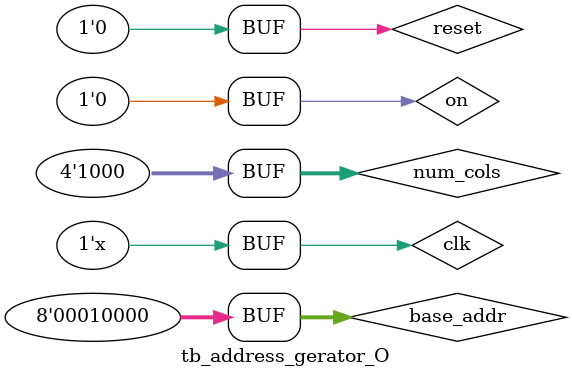
<source format=v>
`timescale 100ns/1ns
module tb_address_gerator_O #(
    parameter integer RAM_O_SIZE = 1<<8,
    parameter integer ARRAY_M     = 8,
    parameter integer ADDR_WIDTH = $clog2(RAM_O_SIZE), 
    parameter integer ADDR_SET_WIDTH = ADDR_WIDTH * ARRAY_M,

    parameter integer T_NUM_COLS = 8,
    parameter integer T_BASE_ADDR = 16,
    parameter integer T_DEPTH =     8
);
    reg clk;
    reg reset;
    reg on;
    reg [$clog2(ARRAY_M) : 0]   num_cols;
    reg [ADDR_WIDTH -1 : 0]     base_addr;

    wire [ADDR_SET_WIDTH -1 : 0]     addr_set;
    wire [ARRAY_M - 1 : 0]       enable_set;

    address_generator_O #(
        .RAM_O_SIZE(RAM_O_SIZE),
        .ARRAY_M(ARRAY_M),
        .ADDR_WIDTH(ADDR_WIDTH),
        .ADDR_SET_WIDTH(ADDR_SET_WIDTH)
    ) ag_o (
        .clk(clk),
        .reset(reset),
        .on(on),
        .num_cols(num_cols),
        .base_addr(base_addr),
        .addr_set(addr_set),
        .enable_set(enable_set)
    );

    initial begin
    
        clk = 1;
        reset =  1;

        on = 0;
        num_cols = 0;
        base_addr = 0;
        
        #1
        reset = 0;
        on = 1;
        num_cols = T_NUM_COLS;
        base_addr = T_BASE_ADDR;

        #T_DEPTH

        on = 0;





        
    end;

    always #0.5 clk = !clk;

endmodule
</source>
